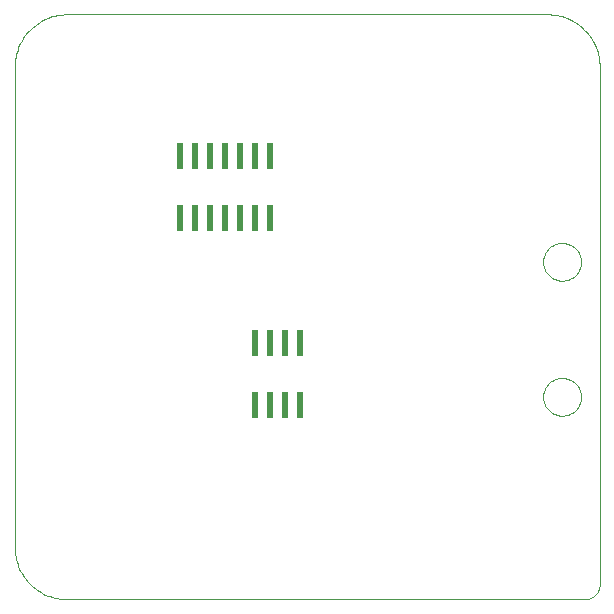
<source format=gtp>
G75*
G70*
%OFA0B0*%
%FSLAX24Y24*%
%IPPOS*%
%LPD*%
%AMOC8*
5,1,8,0,0,1.08239X$1,22.5*
%
%ADD10C,0.0000*%
%ADD11R,0.0240X0.0870*%
D10*
X002925Y001175D02*
X020175Y001175D01*
X020219Y001177D01*
X020262Y001183D01*
X020304Y001192D01*
X020346Y001205D01*
X020386Y001222D01*
X020425Y001242D01*
X020462Y001265D01*
X020496Y001292D01*
X020529Y001321D01*
X020558Y001354D01*
X020585Y001388D01*
X020608Y001425D01*
X020628Y001464D01*
X020645Y001504D01*
X020658Y001546D01*
X020667Y001588D01*
X020673Y001631D01*
X020675Y001675D01*
X020675Y018925D01*
X020673Y019008D01*
X020667Y019091D01*
X020657Y019174D01*
X020643Y019256D01*
X020626Y019338D01*
X020604Y019418D01*
X020579Y019497D01*
X020550Y019575D01*
X020517Y019652D01*
X020480Y019727D01*
X020441Y019800D01*
X020397Y019871D01*
X020351Y019940D01*
X020301Y020007D01*
X020248Y020071D01*
X020192Y020133D01*
X020133Y020192D01*
X020071Y020248D01*
X020007Y020301D01*
X019940Y020351D01*
X019871Y020397D01*
X019800Y020441D01*
X019727Y020480D01*
X019652Y020517D01*
X019575Y020550D01*
X019497Y020579D01*
X019418Y020604D01*
X019338Y020626D01*
X019256Y020643D01*
X019174Y020657D01*
X019091Y020667D01*
X019008Y020673D01*
X018925Y020675D01*
X002925Y020675D01*
X002842Y020673D01*
X002759Y020667D01*
X002676Y020657D01*
X002594Y020643D01*
X002512Y020626D01*
X002432Y020604D01*
X002353Y020579D01*
X002275Y020550D01*
X002198Y020517D01*
X002123Y020480D01*
X002050Y020441D01*
X001979Y020397D01*
X001910Y020351D01*
X001843Y020301D01*
X001779Y020248D01*
X001717Y020192D01*
X001658Y020133D01*
X001602Y020071D01*
X001549Y020007D01*
X001499Y019940D01*
X001453Y019871D01*
X001409Y019800D01*
X001370Y019727D01*
X001333Y019652D01*
X001300Y019575D01*
X001271Y019497D01*
X001246Y019418D01*
X001224Y019338D01*
X001207Y019256D01*
X001193Y019174D01*
X001183Y019091D01*
X001177Y019008D01*
X001175Y018925D01*
X001175Y002925D01*
X001177Y002842D01*
X001183Y002759D01*
X001193Y002676D01*
X001207Y002594D01*
X001224Y002512D01*
X001246Y002432D01*
X001271Y002353D01*
X001300Y002275D01*
X001333Y002198D01*
X001370Y002123D01*
X001409Y002050D01*
X001453Y001979D01*
X001499Y001910D01*
X001549Y001843D01*
X001602Y001779D01*
X001658Y001717D01*
X001717Y001658D01*
X001779Y001602D01*
X001843Y001549D01*
X001910Y001499D01*
X001979Y001453D01*
X002050Y001409D01*
X002123Y001370D01*
X002198Y001333D01*
X002275Y001300D01*
X002353Y001271D01*
X002432Y001246D01*
X002512Y001224D01*
X002594Y001207D01*
X002676Y001193D01*
X002759Y001183D01*
X002842Y001177D01*
X002925Y001175D01*
X018795Y007925D02*
X018797Y007975D01*
X018803Y008025D01*
X018813Y008074D01*
X018827Y008122D01*
X018844Y008169D01*
X018865Y008214D01*
X018890Y008258D01*
X018918Y008299D01*
X018950Y008338D01*
X018984Y008375D01*
X019021Y008409D01*
X019061Y008439D01*
X019103Y008466D01*
X019147Y008490D01*
X019193Y008511D01*
X019240Y008527D01*
X019288Y008540D01*
X019338Y008549D01*
X019387Y008554D01*
X019438Y008555D01*
X019488Y008552D01*
X019537Y008545D01*
X019586Y008534D01*
X019634Y008519D01*
X019680Y008501D01*
X019725Y008479D01*
X019768Y008453D01*
X019809Y008424D01*
X019848Y008392D01*
X019884Y008357D01*
X019916Y008319D01*
X019946Y008279D01*
X019973Y008236D01*
X019996Y008192D01*
X020015Y008146D01*
X020031Y008098D01*
X020043Y008049D01*
X020051Y008000D01*
X020055Y007950D01*
X020055Y007900D01*
X020051Y007850D01*
X020043Y007801D01*
X020031Y007752D01*
X020015Y007704D01*
X019996Y007658D01*
X019973Y007614D01*
X019946Y007571D01*
X019916Y007531D01*
X019884Y007493D01*
X019848Y007458D01*
X019809Y007426D01*
X019768Y007397D01*
X019725Y007371D01*
X019680Y007349D01*
X019634Y007331D01*
X019586Y007316D01*
X019537Y007305D01*
X019488Y007298D01*
X019438Y007295D01*
X019387Y007296D01*
X019338Y007301D01*
X019288Y007310D01*
X019240Y007323D01*
X019193Y007339D01*
X019147Y007360D01*
X019103Y007384D01*
X019061Y007411D01*
X019021Y007441D01*
X018984Y007475D01*
X018950Y007512D01*
X018918Y007551D01*
X018890Y007592D01*
X018865Y007636D01*
X018844Y007681D01*
X018827Y007728D01*
X018813Y007776D01*
X018803Y007825D01*
X018797Y007875D01*
X018795Y007925D01*
X018795Y012425D02*
X018797Y012475D01*
X018803Y012525D01*
X018813Y012574D01*
X018827Y012622D01*
X018844Y012669D01*
X018865Y012714D01*
X018890Y012758D01*
X018918Y012799D01*
X018950Y012838D01*
X018984Y012875D01*
X019021Y012909D01*
X019061Y012939D01*
X019103Y012966D01*
X019147Y012990D01*
X019193Y013011D01*
X019240Y013027D01*
X019288Y013040D01*
X019338Y013049D01*
X019387Y013054D01*
X019438Y013055D01*
X019488Y013052D01*
X019537Y013045D01*
X019586Y013034D01*
X019634Y013019D01*
X019680Y013001D01*
X019725Y012979D01*
X019768Y012953D01*
X019809Y012924D01*
X019848Y012892D01*
X019884Y012857D01*
X019916Y012819D01*
X019946Y012779D01*
X019973Y012736D01*
X019996Y012692D01*
X020015Y012646D01*
X020031Y012598D01*
X020043Y012549D01*
X020051Y012500D01*
X020055Y012450D01*
X020055Y012400D01*
X020051Y012350D01*
X020043Y012301D01*
X020031Y012252D01*
X020015Y012204D01*
X019996Y012158D01*
X019973Y012114D01*
X019946Y012071D01*
X019916Y012031D01*
X019884Y011993D01*
X019848Y011958D01*
X019809Y011926D01*
X019768Y011897D01*
X019725Y011871D01*
X019680Y011849D01*
X019634Y011831D01*
X019586Y011816D01*
X019537Y011805D01*
X019488Y011798D01*
X019438Y011795D01*
X019387Y011796D01*
X019338Y011801D01*
X019288Y011810D01*
X019240Y011823D01*
X019193Y011839D01*
X019147Y011860D01*
X019103Y011884D01*
X019061Y011911D01*
X019021Y011941D01*
X018984Y011975D01*
X018950Y012012D01*
X018918Y012051D01*
X018890Y012092D01*
X018865Y012136D01*
X018844Y012181D01*
X018827Y012228D01*
X018813Y012276D01*
X018803Y012325D01*
X018797Y012375D01*
X018795Y012425D01*
D11*
X010675Y009705D03*
X010175Y009705D03*
X009675Y009705D03*
X009175Y009705D03*
X009175Y007645D03*
X009675Y007645D03*
X010175Y007645D03*
X010675Y007645D03*
X009675Y013895D03*
X009175Y013895D03*
X008675Y013895D03*
X008175Y013895D03*
X007675Y013895D03*
X007175Y013895D03*
X006675Y013895D03*
X006675Y015955D03*
X007175Y015955D03*
X007675Y015955D03*
X008175Y015955D03*
X008675Y015955D03*
X009175Y015955D03*
X009675Y015955D03*
M02*

</source>
